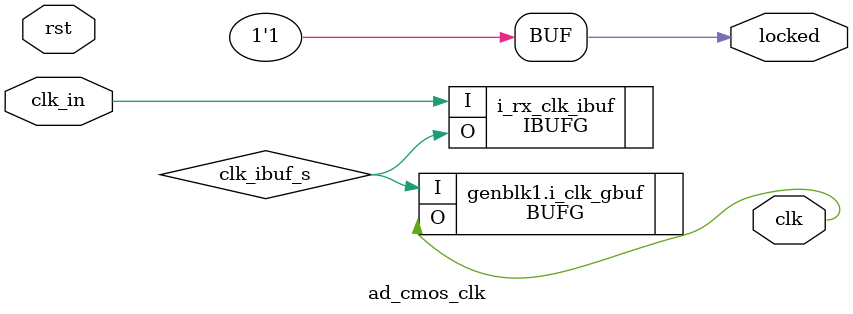
<source format=v>

`timescale 1ns/100ps

module ad_cmos_clk (

  rst,
  locked,

  clk_in,
  clk);

  parameter   DEVICE_TYPE   = 0;
  localparam  SERIES7       = 0;
  localparam  VIRTEX6       = 1;

  input     rst;
  output    locked;

  input     clk_in;
  output    clk;

  // wires

  wire      clk_ibuf_s;

  // defaults

  assign locked = 1'b1;

  // instantiations

  IBUFG i_rx_clk_ibuf (
    .I (clk_in),
    .O (clk_ibuf_s));

  generate
  if (DEVICE_TYPE == VIRTEX6) begin
  BUFR #(.BUFR_DIVIDE("BYPASS")) i_clk_rbuf (
    .CLR (1'b0),
    .CE (1'b1),
    .I (clk_ibuf_s),
    .O (clk));
  end else begin
  BUFG i_clk_gbuf (
    .I (clk_ibuf_s),
    .O (clk));
  end
  endgenerate

endmodule

// ***************************************************************************
// ***************************************************************************

</source>
